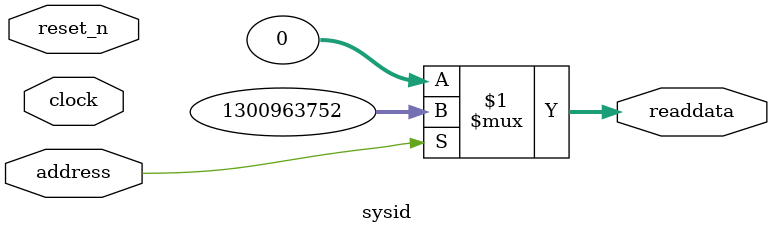
<source format=v>

`timescale 1ns / 1ps
// synthesis translate_on

// turn off superfluous verilog processor warnings 
// altera message_level Level1 
// altera message_off 10034 10035 10036 10037 10230 10240 10030 

module sysid (
               // inputs:
                address,
                clock,
                reset_n,

               // outputs:
                readdata
             )
;

  output  [ 31: 0] readdata;
  input            address;
  input            clock;
  input            reset_n;

  wire    [ 31: 0] readdata;
  //control_slave, which is an e_avalon_slave
  assign readdata = address ? 1300963752 : 0;

endmodule


</source>
